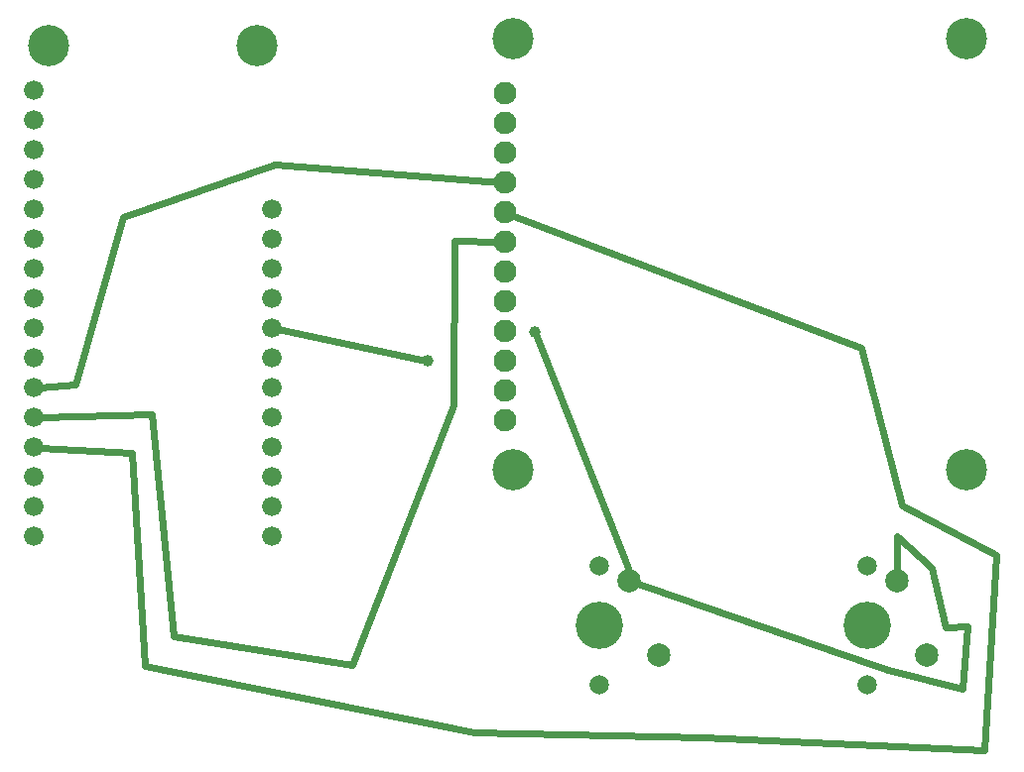
<source format=gbl>
G04 MADE WITH FRITZING*
G04 WWW.FRITZING.ORG*
G04 DOUBLE SIDED*
G04 HOLES PLATED*
G04 CONTOUR ON CENTER OF CONTOUR VECTOR*
%ASAXBY*%
%FSLAX23Y23*%
%MOIN*%
%OFA0B0*%
%SFA1.0B1.0*%
%ADD10C,0.066000*%
%ADD11C,0.138425*%
%ADD12C,0.076000*%
%ADD13C,0.078639*%
%ADD14C,0.158908*%
%ADD15C,0.065278*%
%ADD16C,0.039370*%
%ADD17C,0.024000*%
%LNCOPPER0*%
G90*
G70*
G54D10*
X153Y2034D03*
X153Y1934D03*
X153Y2134D03*
X153Y2234D03*
X153Y2334D03*
X953Y1934D03*
X953Y1834D03*
X953Y1734D03*
X953Y1634D03*
X953Y1534D03*
X953Y1434D03*
X953Y1334D03*
X953Y1234D03*
X953Y1134D03*
X953Y1034D03*
X953Y934D03*
X953Y834D03*
X153Y1734D03*
G54D11*
X903Y2484D03*
X203Y2484D03*
G54D10*
X153Y1534D03*
X153Y1834D03*
X153Y1334D03*
X153Y1634D03*
X153Y1134D03*
X153Y1434D03*
X153Y934D03*
X153Y1234D03*
X153Y1034D03*
X153Y834D03*
G54D12*
X1736Y2223D03*
G54D11*
X3286Y1058D03*
G54D12*
X1736Y1423D03*
X1736Y2123D03*
X1736Y1223D03*
X1736Y2023D03*
G54D11*
X1761Y1058D03*
G54D12*
X1736Y1923D03*
X1736Y1323D03*
X1736Y1823D03*
G54D11*
X3286Y2508D03*
G54D12*
X1736Y1723D03*
G54D11*
X1761Y2508D03*
G54D12*
X1736Y1623D03*
X1736Y1523D03*
X1736Y2323D03*
G54D13*
X3053Y683D03*
X3153Y434D03*
G54D14*
X2953Y533D03*
G54D15*
X2953Y733D03*
X2953Y334D03*
G54D13*
X2153Y683D03*
X2253Y434D03*
G54D14*
X2053Y533D03*
G54D15*
X2053Y733D03*
X2053Y334D03*
G54D16*
X1476Y1424D03*
X1836Y1520D03*
G54D17*
X3052Y834D02*
X3168Y729D01*
D02*
X3168Y729D02*
X3214Y529D01*
D02*
X3053Y702D02*
X3052Y834D01*
D02*
X3214Y529D02*
X3289Y530D01*
D02*
X3289Y530D02*
X3270Y322D01*
D02*
X3270Y322D02*
X3022Y385D01*
D02*
X3022Y385D02*
X2171Y677D01*
D02*
X1755Y1916D02*
X2932Y1468D01*
D02*
X481Y1113D02*
X173Y1132D01*
D02*
X3068Y939D02*
X3386Y770D01*
D02*
X2932Y1468D02*
X3068Y939D01*
D02*
X3345Y115D02*
X2401Y159D01*
D02*
X526Y397D02*
X481Y1113D01*
D02*
X1632Y173D02*
X526Y397D01*
D02*
X2401Y159D02*
X1632Y173D01*
D02*
X3386Y770D02*
X3345Y115D01*
D02*
X1560Y1274D02*
X1220Y400D01*
D02*
X548Y1246D02*
X173Y1234D01*
D02*
X620Y497D02*
X548Y1246D01*
D02*
X1566Y1827D02*
X1560Y1274D01*
D02*
X1220Y400D02*
X620Y497D01*
D02*
X1717Y1823D02*
X1566Y1827D01*
D02*
X1717Y2024D02*
X960Y2084D01*
D02*
X291Y1343D02*
X173Y1335D01*
D02*
X451Y1907D02*
X291Y1343D01*
D02*
X960Y2084D02*
X451Y1907D01*
D02*
X1468Y1426D02*
X972Y1530D01*
D02*
X2151Y702D02*
X2148Y728D01*
X2148Y728D02*
X1839Y1513D01*
G04 End of Copper0*
M02*
</source>
